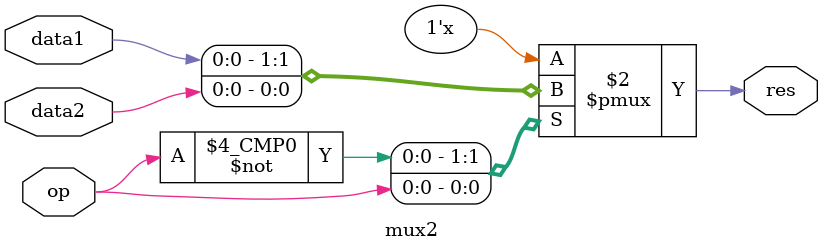
<source format=v>
module mux2 #(parameter WIDTH = 1)
  (input [WIDTH-1:0] data1,
   input [WIDTH-1:0] data2,
   input op,
   output reg [WIDTH-1:0] res);

  always @* begin
    case (op)
    1'b0: res <= data1;
    1'b1: res <= data2;
    endcase
  end
   
endmodule 
</source>
